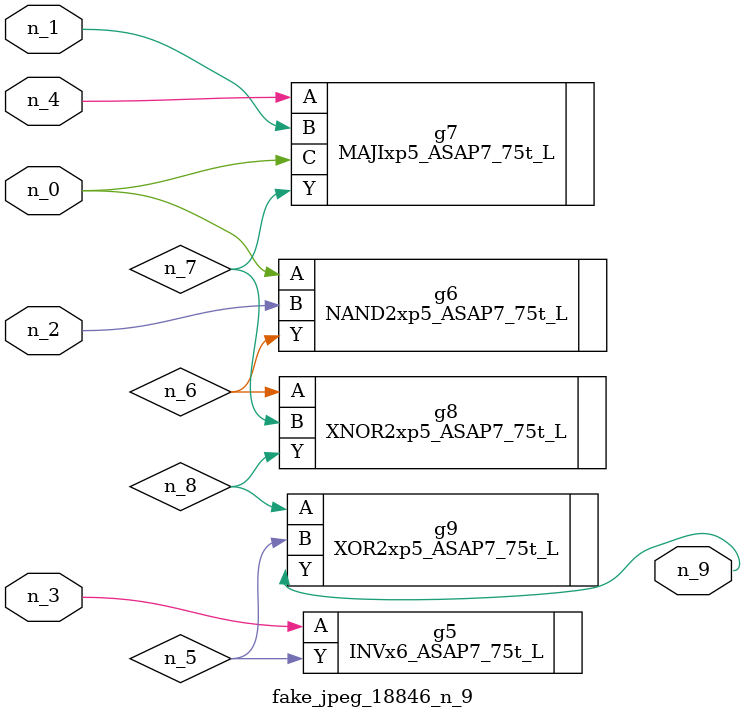
<source format=v>
module fake_jpeg_18846_n_9 (n_3, n_2, n_1, n_0, n_4, n_9);

input n_3;
input n_2;
input n_1;
input n_0;
input n_4;

output n_9;

wire n_8;
wire n_6;
wire n_5;
wire n_7;

INVx6_ASAP7_75t_L g5 ( 
.A(n_3),
.Y(n_5)
);

NAND2xp5_ASAP7_75t_L g6 ( 
.A(n_0),
.B(n_2),
.Y(n_6)
);

MAJIxp5_ASAP7_75t_L g7 ( 
.A(n_4),
.B(n_1),
.C(n_0),
.Y(n_7)
);

XNOR2xp5_ASAP7_75t_L g8 ( 
.A(n_6),
.B(n_7),
.Y(n_8)
);

XOR2xp5_ASAP7_75t_L g9 ( 
.A(n_8),
.B(n_5),
.Y(n_9)
);


endmodule
</source>
